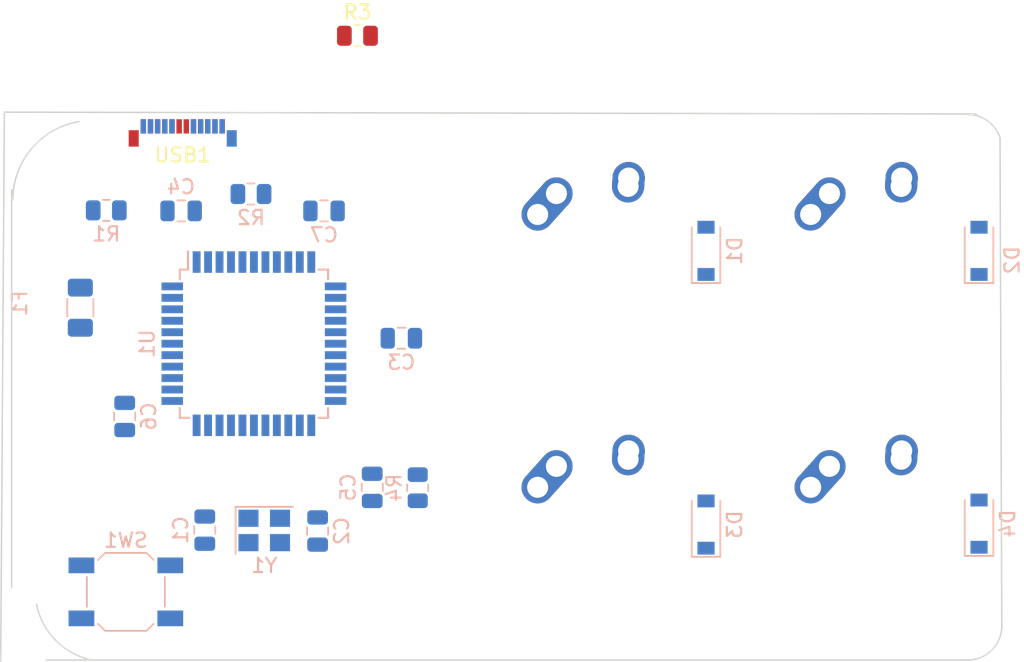
<source format=kicad_pcb>
(kicad_pcb (version 20211014) (generator pcbnew)
  (layers (0 "F.Cu" signal) (31 "B.Cu" signal) (34 "B.Paste" user) (35 "F.Paste" user) (36 "B.SilkS" user "B.Silkscreen") (37 "F.SilkS" user "F.Silkscreen") (38 "B.Mask" user) (39 "F.Mask" user) (44 "Edge.Cuts" user))
  (net 0 "")
  (net 1 "+5V")
  (net 2 "GND")
  (net 3 "Net-(C2-Pad2)")
  (net 4 "Net-(C3-Pad2)")
  (net 5 "Net-(C5-Pad1)")
  (net 6 "ROW0")
  (net 7 "Net-(D1-Pad2)")
  (net 8 "ROW1")
  (net 9 "Net-(D2-Pad2)")
  (net 10 "Net-(D3-Pad2)")
  (net 11 "Net-(D4-Pad2)")
  (net 12 "VCC")
  (net 13 "COL0")
  (net 14 "COL1")
  (net 15 "D-")
  (net 16 "Net-(R1-Pad2)")
  (net 17 "D+")
  (net 18 "Net-(R2-Pad2)")
  (net 20 "Net-(R3-Pad2)")
  (net 21 "Net-(R4-Pad1)")
  (footprint "MX_Alps_Hybrid:MX-1U-NoLED" (layer "F.Cu") (at 53.975 35.71875)
    (fp_text reference "MX1")
    (fp_text value "MX-NoLED")
    (pad "" np_thru_hole circle locked (at -5.08 0 48.0996) (size 1.75 1.75) (drill 1.75) (layers *.Cu *.Mask))
    (pad "" np_thru_hole circle locked (at 5.08 0 48.0996) (size 1.75 1.75) (drill 1.75) (layers *.Cu *.Mask))
    (pad "" np_thru_hole circle locked (at 0 0) (size 3.9878 3.9878) (drill 3.9878) (layers *.Cu *.Mask))
    (pad "1" thru_hole circle locked (at -2.5 -4) (size 2.25 2.25) (drill 1.47) (layers *.Cu "B.Mask") (net 13 "COL0"))
    (pad "1" thru_hole oval locked (at -3.81 -2.54 48.0996) (size 4.211556 2.25) (drill 1.47 (offset 0.980778 0)) (layers *.Cu "B.Mask") (net 13 "COL0"))
    (pad "2" thru_hole oval locked (at 2.5 -4.5 86.0548) (size 2.831378 2.25) (drill 1.47 (offset 0.290689 0)) (layers *.Cu "B.Mask") (net 7 "Net-(D1-Pad2)"))
    (pad "2" thru_hole circle locked (at 2.54 -5.08) (size 2.25 2.25) (drill 1.47) (layers *.Cu "B.Mask") (net 7 "Net-(D1-Pad2)"))
  )
  (footprint "MX_Alps_Hybrid:MX-1U-NoLED" (layer "F.Cu") (at 73.025 54.76875)
    (fp_text reference "MX4")
    (fp_text value "MX-NoLED")
    (pad "" np_thru_hole circle locked (at 0 0) (size 3.9878 3.9878) (drill 3.9878) (layers *.Cu *.Mask))
    (pad "" np_thru_hole circle locked (at -5.08 0 48.0996) (size 1.75 1.75) (drill 1.75) (layers *.Cu *.Mask))
    (pad "" np_thru_hole circle locked (at 5.08 0 48.0996) (size 1.75 1.75) (drill 1.75) (layers *.Cu *.Mask))
    (pad "1" thru_hole oval locked (at -3.81 -2.54 48.0996) (size 4.211556 2.25) (drill 1.47 (offset 0.980778 0)) (layers *.Cu "B.Mask") (net 14 "COL1"))
    (pad "1" thru_hole circle locked (at -2.5 -4) (size 2.25 2.25) (drill 1.47) (layers *.Cu "B.Mask") (net 14 "COL1"))
    (pad "2" thru_hole circle locked (at 2.54 -5.08) (size 2.25 2.25) (drill 1.47) (layers *.Cu "B.Mask") (net 11 "Net-(D4-Pad2)"))
    (pad "2" thru_hole oval locked (at 2.5 -4.5 86.0548) (size 2.831378 2.25) (drill 1.47 (offset 0.290689 0)) (layers *.Cu "B.Mask") (net 11 "Net-(D4-Pad2)"))
  )
  (footprint "Resistor_SMD:R_0805_2012Metric" (layer "F.Cu") (at 37.592 20.701)
    (fp_text reference "R3" (at 0 -1.65) (layer "F.SilkS"))
    (fp_text value "10k")
    (fp_line (start -0.227064 0.735) (end 0.227064 0.735) (layer "F.SilkS") (width 0.12))
    (fp_line (start -0.227064 -0.735) (end 0.227064 -0.735) (layer "F.SilkS") (width 0.12))
    (pad "1" smd roundrect (at -0.9125 0) (size 1.025 1.4) (layers "F.Cu" "F.Paste" "F.Mask") (roundrect_rratio 0.243902))
    (pad "2" smd roundrect (at 0.9125 0) (size 1.025 1.4) (layers "F.Cu" "F.Paste" "F.Mask") (roundrect_rratio 0.243902) (net 20 "Net-(R3-Pad2)"))
  )
  (footprint "Connector_USB:USB_C_Plug_Molex_105444" (layer "F.Cu") (at 25.4 26.9875)
    (fp_text reference "USB1" (at 0 2.04) (layer "F.SilkS"))
    (fp_text value "Molex-0548190589")
    (pad "A1" smd rect (at -2.75 0.04) (size 0.38 1) (layers "F.Cu" "F.Paste" "F.Mask"))
    (pad "A2" smd rect (at -2.25 0.04) (size 0.38 1) (layers "F.Cu" "F.Paste" "F.Mask"))
    (pad "A3" smd rect (at -1.75 0.04) (size 0.38 1) (layers "F.Cu" "F.Paste" "F.Mask"))
    (pad "A4" smd rect (at -1.25 0.04) (size 0.38 1) (layers "F.Cu" "F.Paste" "F.Mask"))
    (pad "A5" smd rect (at -0.75 0.04) (size 0.38 1) (layers "F.Cu" "F.Paste" "F.Mask"))
    (pad "A6" smd rect (at -0.25 0.04) (size 0.38 1) (layers "F.Cu" "F.Paste" "F.Mask"))
    (pad "A7" smd rect (at 0.25 0.04) (size 0.38 1) (layers "F.Cu" "F.Paste" "F.Mask"))
    (pad "A8" smd rect (at 0.75 0.04) (size 0.38 1) (layers "F.Cu" "F.Paste" "F.Mask"))
    (pad "A9" smd rect (at 1.25 0.04) (size 0.38 1) (layers "F.Cu" "F.Paste" "F.Mask"))
    (pad "A10" smd rect (at 1.75 0.04) (size 0.38 1) (layers "F.Cu" "F.Paste" "F.Mask"))
    (pad "A11" smd rect (at 2.25 0.04) (size 0.38 1) (layers "F.Cu" "F.Paste" "F.Mask"))
    (pad "A12" smd rect (at 2.75 0.04) (size 0.38 1) (layers "F.Cu" "F.Paste" "F.Mask"))
    (pad "B1" smd rect (at 2.75 0.04) (size 0.38 1) (layers "B.Cu" "B.Paste" "B.Mask"))
    (pad "B2" smd rect (at 2.25 0.04) (size 0.38 1) (layers "B.Cu" "B.Paste" "B.Mask"))
    (pad "B3" smd rect (at 1.75 0.04) (size 0.38 1) (layers "B.Cu" "B.Paste" "B.Mask"))
    (pad "B4" smd rect (at 1.25 0.04) (size 0.38 1) (layers "B.Cu" "B.Paste" "B.Mask"))
    (pad "B5" smd rect (at 0.75 0.04) (size 0.38 1) (layers "B.Cu" "B.Paste" "B.Mask"))
    (pad "B8" smd rect (at -0.75 0.04) (size 0.38 1) (layers "B.Cu" "B.Paste" "B.Mask"))
    (pad "B9" smd rect (at -1.25 0.04) (size 0.38 1) (layers "B.Cu" "B.Paste" "B.Mask"))
    (pad "B10" smd rect (at -1.75 0.04) (size 0.38 1) (layers "B.Cu" "B.Paste" "B.Mask"))
    (pad "B11" smd rect (at -2.25 0.04) (size 0.38 1) (layers "B.Cu" "B.Paste" "B.Mask"))
    (pad "B12" smd rect (at -2.75 0.04) (size 0.38 1) (layers "B.Cu" "B.Paste" "B.Mask"))
    (pad "S1" smd rect (at -3.42 0.88) (size 0.7 1.15) (layers "F.Cu" "F.Paste" "F.Mask"))
    (pad "S1" smd rect (at 3.42 0.88) (size 0.7 1.15) (layers "B.Cu" "B.Paste" "B.Mask"))
  )
  (footprint "MX_Alps_Hybrid:MX-1U-NoLED" (layer "F.Cu") (at 73.025 35.71875)
    (fp_text reference "MX2")
    (fp_text value "MX-NoLED")
    (pad "" np_thru_hole circle locked (at 0 0) (size 3.9878 3.9878) (drill 3.9878) (layers *.Cu *.Mask))
    (pad "" np_thru_hole circle locked (at 5.08 0 48.0996) (size 1.75 1.75) (drill 1.75) (layers *.Cu *.Mask))
    (pad "" np_thru_hole circle locked (at -5.08 0 48.0996) (size 1.75 1.75) (drill 1.75) (layers *.Cu *.Mask))
    (pad "1" thru_hole oval locked (at -3.81 -2.54 48.0996) (size 4.211556 2.25) (drill 1.47 (offset 0.980778 0)) (layers *.Cu "B.Mask") (net 13 "COL0"))
    (pad "1" thru_hole circle locked (at -2.5 -4) (size 2.25 2.25) (drill 1.47) (layers *.Cu "B.Mask") (net 13 "COL0"))
    (pad "2" thru_hole oval locked (at 2.5 -4.5 86.0548) (size 2.831378 2.25) (drill 1.47 (offset 0.290689 0)) (layers *.Cu "B.Mask") (net 9 "Net-(D2-Pad2)"))
    (pad "2" thru_hole circle locked (at 2.54 -5.08) (size 2.25 2.25) (drill 1.47) (layers *.Cu "B.Mask") (net 9 "Net-(D2-Pad2)"))
  )
  (footprint "MX_Alps_Hybrid:MX-1U-NoLED" (layer "F.Cu") (at 53.975 54.76875)
    (fp_text reference "MX3")
    (fp_text value "MX-NoLED")
    (pad "" np_thru_hole circle locked (at -5.08 0 48.0996) (size 1.75 1.75) (drill 1.75) (layers *.Cu *.Mask))
    (pad "" np_thru_hole circle locked (at 0 0) (size 3.9878 3.9878) (drill 3.9878) (layers *.Cu *.Mask))
    (pad "" np_thru_hole circle locked (at 5.08 0 48.0996) (size 1.75 1.75) (drill 1.75) (layers *.Cu *.Mask))
    (pad "1" thru_hole circle locked (at -2.5 -4) (size 2.25 2.25) (drill 1.47) (layers *.Cu "B.Mask") (net 14 "COL1"))
    (pad "1" thru_hole oval locked (at -3.81 -2.54 48.0996) (size 4.211556 2.25) (drill 1.47 (offset 0.980778 0)) (layers *.Cu "B.Mask") (net 14 "COL1"))
    (pad "2" thru_hole oval locked (at 2.5 -4.5 86.0548) (size 2.831378 2.25) (drill 1.47 (offset 0.290689 0)) (layers *.Cu "B.Mask") (net 10 "Net-(D3-Pad2)"))
    (pad "2" thru_hole circle locked (at 2.54 -5.08) (size 2.25 2.25) (drill 1.47) (layers *.Cu "B.Mask") (net 10 "Net-(D3-Pad2)"))
  )
  (footprint "Fuse:Fuse_1206_3216Metric" (layer "B.Cu") (at 18.25625 39.6875 -90)
    (fp_text reference "F1" (at -0.301625 4.233 90) (layer "B.SilkS") (effects (justify mirror)))
    (fp_text value "500mA")
    (fp_line (start -0.602064 -0.91) (end 0.602064 -0.91) (layer "B.SilkS") (width 0.12))
    (fp_line (start -0.602064 0.91) (end 0.602064 0.91) (layer "B.SilkS") (width 0.12))
    (pad "1" smd roundrect (at -1.4 0 270) (size 1.25 1.75) (layers "B.Cu" "B.Paste" "B.Mask") (roundrect_rratio 0.2) (net 12 "VCC"))
    (pad "2" smd roundrect (at 1.4 0 270) (size 1.25 1.75) (layers "B.Cu" "B.Paste" "B.Mask") (roundrect_rratio 0.2) (net 1 "+5V"))
  )
  (footprint "Capacitor_SMD:C_0805_2012Metric" (layer "B.Cu") (at 34.813 55.283 90)
    (fp_text reference "C2" (at 0 1.68 90) (layer "B.SilkS") (effects (justify mirror)))
    (fp_text value "22pF")
    (fp_line (start -0.261252 -0.735) (end 0.261252 -0.735) (layer "B.SilkS") (width 0.12))
    (fp_line (start -0.261252 0.735) (end 0.261252 0.735) (layer "B.SilkS") (width 0.12))
    (pad "1" smd roundrect (at -0.95 0 90) (size 1 1.45) (layers "B.Cu" "B.Paste" "B.Mask") (net 2 "GND"))
    (pad "2" smd roundrect (at 0.95 0 90) (size 1 1.45) (layers "B.Cu" "B.Paste" "B.Mask") (net 3 "Net-(C2-Pad2)"))
  )
  (footprint "Crystal:Crystal_SMD_3225-4Pin_3.2x2.5mm" (layer "B.Cu") (at 31.087 55.244)
    (fp_text reference "Y1" (at 0 2.45) (layer "B.SilkS") (effects (justify mirror)))
    (fp_text value "16MHz")
    (fp_line (start -2 1.65) (end -2 -1.65) (layer "B.SilkS") (width 0.12))
    (fp_line (start -2 -1.65) (end 2 -1.65) (layer "B.SilkS") (width 0.12))
    (pad "1" smd rect (at -1.1 -0.85) (size 1.4 1.2) (layers "B.Cu" "B.Paste" "B.Mask") (net 3 "Net-(C2-Pad2)"))
    (pad "2" smd rect (at 1.1 -0.85) (size 1.4 1.2) (layers "B.Cu" "B.Paste" "B.Mask") (net 2 "GND"))
    (pad "3" smd rect (at 1.1 0.85) (size 1.4 1.2) (layers "B.Cu" "B.Paste" "B.Mask") (net 4 "Net-(C3-Pad2)"))
    (pad "4" smd rect (at -1.1 0.85) (size 1.4 1.2) (layers "B.Cu" "B.Paste" "B.Mask") (net 2 "GND"))
  )
  (footprint "Package_QFP:TQFP-44_10x10mm_P0.8mm" (layer "B.Cu") (at 30.368 42.202 -90)
    (fp_text reference "U1" (at 0 7.45 90) (layer "B.SilkS") (effects (justify mirror)))
    (fp_text value "ATmega32U4-A")
    (fp_line (start 5.175 5.175) (end 5.175 4.5) (layer "B.SilkS") (width 0.15))
    (fp_line (start -5.175 -5.175) (end -5.175 -4.5) (layer "B.SilkS") (width 0.15))
    (fp_line (start 5.175 -5.175) (end 5.175 -4.5) (layer "B.SilkS") (width 0.15))
    (fp_line (start -5.175 4.6) (end -6.45 4.6) (layer "B.SilkS") (width 0.15))
    (fp_line (start 5.175 -5.175) (end 4.5 -5.175) (layer "B.SilkS") (width 0.15))
    (fp_line (start -5.175 5.175) (end -4.5 5.175) (layer "B.SilkS") (width 0.15))
    (fp_line (start -5.175 -5.175) (end -4.5 -5.175) (layer "B.SilkS") (width 0.15))
    (fp_line (start -5.175 5.175) (end -5.175 4.6) (layer "B.SilkS") (width 0.15))
    (fp_line (start 5.175 5.175) (end 4.5 5.175) (layer "B.SilkS") (width 0.15))
    (pad "1" smd rect (at -5.7 4 270) (size 1.5 0.55) (layers "B.Cu" "B.Paste" "B.Mask"))
    (pad "2" smd rect (at -5.7 3.2 270) (size 1.5 0.55) (layers "B.Cu" "B.Paste" "B.Mask") (net 1 "+5V"))
    (pad "3" smd rect (at -5.7 2.4 270) (size 1.5 0.55) (layers "B.Cu" "B.Paste" "B.Mask") (net 16 "Net-(R1-Pad2)"))
    (pad "4" smd rect (at -5.7 1.6 270) (size 1.5 0.55) (layers "B.Cu" "B.Paste" "B.Mask") (net 18 "Net-(R2-Pad2)"))
    (pad "5" smd rect (at -5.7 0.8 270) (size 1.5 0.55) (layers "B.Cu" "B.Paste" "B.Mask"))
    (pad "6" smd rect (at -5.7 0 270) (size 1.5 0.55) (layers "B.Cu" "B.Paste" "B.Mask") (net 5 "Net-(C5-Pad1)"))
    (pad "7" smd rect (at -5.7 -0.8 270) (size 1.5 0.55) (layers "B.Cu" "B.Paste" "B.Mask") (net 1 "+5V"))
    (pad "8" smd rect (at -5.7 -1.6 270) (size 1.5 0.55) (layers "B.Cu" "B.Paste" "B.Mask"))
    (pad "9" smd rect (at -5.7 -2.4 270) (size 1.5 0.55) (layers "B.Cu" "B.Paste" "B.Mask"))
    (pad "10" smd rect (at -5.7 -3.2 270) (size 1.5 0.55) (layers "B.Cu" "B.Paste" "B.Mask"))
    (pad "11" smd rect (at -5.7 -4 270) (size 1.5 0.55) (layers "B.Cu" "B.Paste" "B.Mask"))
    (pad "12" smd rect (at -4 -5.7 180) (size 1.5 0.55) (layers "B.Cu" "B.Paste" "B.Mask"))
    (pad "13" smd rect (at -3.2 -5.7 180) (size 1.5 0.55) (layers "B.Cu" "B.Paste" "B.Mask") (net 20 "Net-(R3-Pad2)"))
    (pad "14" smd rect (at -2.4 -5.7 180) (size 1.5 0.55) (layers "B.Cu" "B.Paste" "B.Mask") (net 1 "+5V"))
    (pad "15" smd rect (at -1.6 -5.7 180) (size 1.5 0.55) (layers "B.Cu" "B.Paste" "B.Mask") (net 2 "GND"))
    (pad "16" smd rect (at -0.8 -5.7 180) (size 1.5 0.55) (layers "B.Cu" "B.Paste" "B.Mask") (net 4 "Net-(C3-Pad2)"))
    (pad "17" smd rect (at 0 -5.7 180) (size 1.5 0.55) (layers "B.Cu" "B.Paste" "B.Mask") (net 3 "Net-(C2-Pad2)"))
    (pad "18" smd rect (at 0.8 -5.7 180) (size 1.5 0.55) (layers "B.Cu" "B.Paste" "B.Mask"))
    (pad "19" smd rect (at 1.6 -5.7 180) (size 1.5 0.55) (layers "B.Cu" "B.Paste" "B.Mask"))
    (pad "20" smd rect (at 2.4 -5.7 180) (size 1.5 0.55) (layers "B.Cu" "B.Paste" "B.Mask"))
    (pad "21" smd rect (at 3.2 -5.7 180) (size 1.5 0.55) (layers "B.Cu" "B.Paste" "B.Mask"))
    (pad "22" smd rect (at 4 -5.7 180) (size 1.5 0.55) (layers "B.Cu" "B.Paste" "B.Mask"))
    (pad "23" smd rect (at 5.7 -4 270) (size 1.5 0.55) (layers "B.Cu" "B.Paste" "B.Mask") (net 2 "GND"))
    (pad "24" smd rect (at 5.7 -3.2 270) (size 1.5 0.55) (layers "B.Cu" "B.Paste" "B.Mask") (net 1 "+5V"))
    (pad "25" smd rect (at 5.7 -2.4 270) (size 1.5 0.55) (layers "B.Cu" "B.Paste" "B.Mask"))
    (pad "26" smd rect (at 5.7 -1.6 270) (size 1.5 0.55) (layers "B.Cu" "B.Paste" "B.Mask"))
    (pad "27" smd rect (at 5.7 -0.8 270) (size 1.5 0.55) (layers "B.Cu" "B.Paste" "B.Mask"))
    (pad "28" smd rect (at 5.7 0 270) (size 1.5 0.55) (layers "B.Cu" "B.Paste" "B.Mask"))
    (pad "29" smd rect (at 5.7 0.8 270) (size 1.5 0.55) (layers "B.Cu" "B.Paste" "B.Mask"))
    (pad "30" smd rect (at 5.7 1.6 270) (size 1.5 0.55) (layers "B.Cu" "B.Paste" "B.Mask"))
    (pad "31" smd rect (at 5.7 2.4 270) (size 1.5 0.55) (layers "B.Cu" "B.Paste" "B.Mask"))
    (pad "32" smd rect (at 5.7 3.2 270) (size 1.5 0.55) (layers "B.Cu" "B.Paste" "B.Mask"))
    (pad "33" smd rect (at 5.7 4 270) (size 1.5 0.55) (layers "B.Cu" "B.Paste" "B.Mask") (net 21 "Net-(R4-Pad1)"))
    (pad "34" smd rect (at 4 5.7 180) (size 1.5 0.55) (layers "B.Cu" "B.Paste" "B.Mask") (net 1 "+5V"))
    (pad "35" smd rect (at 3.2 5.7 180) (size 1.5 0.55) (layers "B.Cu" "B.Paste" "B.Mask") (net 2 "GND"))
    (pad "36" smd rect (at 2.4 5.7 180) (size 1.5 0.55) (layers "B.Cu" "B.Paste" "B.Mask"))
    (pad "37" smd rect (at 1.6 5.7 180) (size 1.5 0.55) (layers "B.Cu" "B.Paste" "B.Mask"))
    (pad "38" smd rect (at 0.8 5.7 180) (size 1.5 0.55) (layers "B.Cu" "B.Paste" "B.Mask"))
    (pad "39" smd rect (at 0 5.7 180) (size 1.5 0.55) (layers "B.Cu" "B.Paste" "B.Mask"))
    (pad "40" smd rect (at -0.8 5.7 180) (size 1.5 0.55) (layers "B.Cu" "B.Paste" "B.Mask"))
    (pad "41" smd rect (at -1.6 5.7 180) (size 1.5 0.55) (layers "B.Cu" "B.Paste" "B.Mask"))
    (pad "42" smd rect (at -2.4 5.7 180) (size 1.5 0.55) (layers "B.Cu" "B.Paste" "B.Mask"))
    (pad "43" smd rect (at -3.2 5.7 180) (size 1.5 0.55) (layers "B.Cu" "B.Paste" "B.Mask") (net 2 "GND"))
    (pad "44" smd rect (at -4 5.7 180) (size 1.5 0.55) (layers "B.Cu" "B.Paste" "B.Mask") (net 1 "+5V"))
  )
  (footprint "Resistor_SMD:R_0805_2012Metric" (layer "B.Cu") (at 41.798 52.2585 -90)
    (fp_text reference "R4" (at 0 1.65 90) (layer "B.SilkS") (effects (justify mirror)))
    (fp_text value "10k")
    (fp_line (start -0.227064 -0.735) (end 0.227064 -0.735) (layer "B.SilkS") (width 0.12))
    (fp_line (start -0.227064 0.735) (end 0.227064 0.735) (layer "B.SilkS") (width 0.12))
    (pad "1" smd roundrect (at -0.9125 0 270) (size 1.025 1.4) (layers "B.Cu" "B.Paste" "B.Mask") (roundrect_rratio 0.243902) (net 21 "Net-(R4-Pad1)"))
    (pad "2" smd roundrect (at 0.9125 0 270) (size 1.025 1.4) (layers "B.Cu" "B.Paste" "B.Mask") (roundrect_rratio 0.243902) (net 2 "GND"))
  )
  (footprint "Capacitor_SMD:C_0805_2012Metric" (layer "B.Cu") (at 25.288 32.931 180)
    (fp_text reference "C4" (at 0 1.68) (layer "B.SilkS") (effects (justify mirror)))
    (fp_text value "0.1uF")
    (fp_line (start -0.261252 0.735) (end 0.261252 0.735) (layer "B.SilkS") (width 0.12))
    (fp_line (start -0.261252 -0.735) (end 0.261252 -0.735) (layer "B.SilkS") (width 0.12))
    (pad "1" smd roundrect (at -0.95 0 180) (size 1 1.45) (layers "B.Cu" "B.Paste" "B.Mask") (net 1 "+5V"))
    (pad "2" smd roundrect (at 0.95 0 180) (size 1 1.45) (layers "B.Cu" "B.Paste" "B.Mask") (net 2 "GND"))
  )
  (footprint "Capacitor_SMD:C_0805_2012Metric" (layer "B.Cu") (at 35.26 32.931)
    (fp_text reference "C7" (at 0 1.68) (layer "B.SilkS") (effects (justify mirror)))
    (fp_text value "10uF")
    (fp_line (start -0.261252 -0.735) (end 0.261252 -0.735) (layer "B.SilkS") (width 0.12))
    (fp_line (start -0.261252 0.735) (end 0.261252 0.735) (layer "B.SilkS") (width 0.12))
    (pad "1" smd roundrect (at -0.95 0) (size 1 1.45) (layers "B.Cu" "B.Paste" "B.Mask") (net 1 "+5V"))
    (pad "2" smd roundrect (at 0.95 0) (size 1 1.45) (layers "B.Cu" "B.Paste" "B.Mask") (net 2 "GND"))
  )
  (footprint "Capacitor_SMD:C_0805_2012Metric" (layer "B.Cu") (at 26.939 55.222 -90)
    (fp_text reference "C1" (at 0 1.68 90) (layer "B.SilkS") (effects (justify mirror)))
    (fp_text value "0.1uF")
    (fp_line (start -0.261252 -0.735) (end 0.261252 -0.735) (layer "B.SilkS") (width 0.12))
    (fp_line (start -0.261252 0.735) (end 0.261252 0.735) (layer "B.SilkS") (width 0.12))
    (pad "1" smd roundrect (at -0.95 0 270) (size 1 1.45) (layers "B.Cu" "B.Paste" "B.Mask") (net 1 "+5V"))
    (pad "2" smd roundrect (at 0.95 0 270) (size 1 1.45) (layers "B.Cu" "B.Paste" "B.Mask") (net 2 "GND"))
  )
  (footprint "Capacitor_SMD:C_0805_2012Metric" (layer "B.Cu") (at 38.623 52.235 -90)
    (fp_text reference "C5" (at 0 1.68 90) (layer "B.SilkS") (effects (justify mirror)))
    (fp_text value "C_Small")
    (fp_line (start -0.261252 -0.735) (end 0.261252 -0.735) (layer "B.SilkS") (width 0.12))
    (fp_line (start -0.261252 0.735) (end 0.261252 0.735) (layer "B.SilkS") (width 0.12))
    (pad "1" smd roundrect (at -0.95 0 270) (size 1 1.45) (layers "B.Cu" "B.Paste" "B.Mask") (net 5 "Net-(C5-Pad1)"))
    (pad "2" smd roundrect (at 0.95 0 270) (size 1 1.45) (layers "B.Cu" "B.Paste" "B.Mask") (net 2 "GND"))
  )
  (footprint "Capacitor_SMD:C_0805_2012Metric" (layer "B.Cu") (at 21.351 47.282 90)
    (fp_text reference "C6" (at 0 1.68 90) (layer "B.SilkS") (effects (justify mirror)))
    (fp_text value "0.1uF")
    (fp_line (start -0.261252 -0.735) (end 0.261252 -0.735) (layer "B.SilkS") (width 0.12))
    (fp_line (start -0.261252 0.735) (end 0.261252 0.735) (layer "B.SilkS") (width 0.12))
    (pad "1" smd roundrect (at -0.95 0 90) (size 1 1.45) (layers "B.Cu" "B.Paste" "B.Mask") (net 1 "+5V"))
    (pad "2" smd roundrect (at 0.95 0 90) (size 1 1.45) (layers "B.Cu" "B.Paste" "B.Mask") (net 2 "GND"))
  )
  (footprint "Resistor_SMD:R_0805_2012Metric" (layer "B.Cu") (at 30.1625 31.75)
    (fp_text reference "R2" (at 0 1.65) (layer "B.SilkS") (effects (justify mirror)))
    (fp_text value "22")
    (fp_line (start -0.227064 -0.735) (end 0.227064 -0.735) (layer "B.SilkS") (width 0.12))
    (fp_line (start -0.227064 0.735) (end 0.227064 0.735) (layer "B.SilkS") (width 0.12))
    (pad "1" smd roundrect (at -0.9125 0) (size 1.025 1.4) (layers "B.Cu" "B.Paste" "B.Mask") (roundrect_rratio 0.243902) (net 17 "D+"))
    (pad "2" smd roundrect (at 0.9125 0) (size 1.025 1.4) (layers "B.Cu" "B.Paste" "B.Mask") (roundrect_rratio 0.243902) (net 18 "Net-(R2-Pad2)"))
  )
  (footprint "Diode_SMD:D_SOD-123" (layer "B.Cu") (at 80.9625 54.76875 90)
    (fp_text reference "D4" (at 0 2 90) (layer "B.SilkS") (effects (justify mirror)))
    (fp_text value "SOD-123")
    (fp_line (start -2.25 1) (end 1.65 1) (layer "B.SilkS") (width 0.12))
    (fp_line (start -2.25 1) (end -2.25 -1) (layer "B.SilkS") (width 0.12))
    (fp_line (start -2.25 -1) (end 1.65 -1) (layer "B.SilkS") (width 0.12))
    (pad "1" smd rect (at -1.65 0 90) (size 0.9 1.2) (layers "B.Cu" "B.Paste" "B.Mask") (net 8 "ROW1"))
    (pad "2" smd rect (at 1.65 0 90) (size 0.9 1.2) (layers "B.Cu" "B.Paste" "B.Mask") (net 11 "Net-(D4-Pad2)"))
  )
  (footprint "Resistor_SMD:R_0805_2012Metric" (layer "B.Cu") (at 20.066 32.893)
    (fp_text reference "R1" (at 0 1.65) (layer "B.SilkS") (effects (justify mirror)))
    (fp_text value "22")
    (fp_line (start -0.227064 0.735) (end 0.227064 0.735) (layer "B.SilkS") (width 0.12))
    (fp_line (start -0.227064 -0.735) (end 0.227064 -0.735) (layer "B.SilkS") (width 0.12))
    (pad "1" smd roundrect (at -0.9125 0) (size 1.025 1.4) (layers "B.Cu" "B.Paste" "B.Mask") (roundrect_rratio 0.243902) (net 15 "D-"))
    (pad "2" smd roundrect (at 0.9125 0) (size 1.025 1.4) (layers "B.Cu" "B.Paste" "B.Mask") (roundrect_rratio 0.243902) (net 16 "Net-(R1-Pad2)"))
  )
  (footprint "Capacitor_SMD:C_0805_2012Metric" (layer "B.Cu") (at 40.655 41.821)
    (fp_text reference "C3" (at 0 1.68) (layer "B.SilkS") (effects (justify mirror)))
    (fp_text value "22pF")
    (fp_line (start -0.261252 -0.735) (end 0.261252 -0.735) (layer "B.SilkS") (width 0.12))
    (fp_line (start -0.261252 0.735) (end 0.261252 0.735) (layer "B.SilkS") (width 0.12))
    (pad "1" smd roundrect (at -0.95 0) (size 1 1.45) (layers "B.Cu" "B.Paste" "B.Mask") (net 2 "GND"))
    (pad "2" smd roundrect (at 0.95 0) (size 1 1.45) (layers "B.Cu" "B.Paste" "B.Mask") (net 4 "Net-(C3-Pad2)"))
  )
  (footprint "Button_Switch_SMD:SW_SPST_SKQG_WithStem" (layer "B.Cu") (at 21.43125 59.53125 180)
    (fp_text reference "SW1" (at 0 3.6) (layer "B.SilkS") (effects (justify mirror)))
    (fp_text value "SW_Push")
    (fp_line (start 1.45 2.72) (end 1.94 2.23) (layer "B.SilkS") (width 0.12))
    (fp_line (start -1.45 -2.72) (end 1.45 -2.72) (layer "B.SilkS") (width 0.12))
    (fp_line (start -1.45 -2.72) (end -1.94 -2.23) (layer "B.SilkS") (width 0.12))
    (fp_line (start -1.45 2.72) (end -1.94 2.23) (layer "B.SilkS") (width 0.12))
    (fp_line (start 2.72 -1.04) (end 2.72 1.04) (layer "B.SilkS") (width 0.12))
    (fp_line (start -1.45 2.72) (end 1.45 2.72) (layer "B.SilkS") (width 0.12))
    (fp_line (start -2.72 -1.04) (end -2.72 1.04) (layer "B.SilkS") (width 0.12))
    (fp_line (start 1.45 -2.72) (end 1.94 -2.23) (layer "B.SilkS") (width 0.12))
    (pad "1" smd rect (at 3.1 1.85 180) (size 1.8 1.1) (layers "B.Cu" "B.Paste" "B.Mask") (net 2 "GND"))
    (pad "1" smd rect (at -3.1 1.85 180) (size 1.8 1.1) (layers "B.Cu" "B.Paste" "B.Mask") (net 2 "GND"))
    (pad "2" smd rect (at -3.1 -1.85 180) (size 1.8 1.1) (layers "B.Cu" "B.Paste" "B.Mask") (net 20 "Net-(R3-Pad2)"))
    (pad "2" smd rect (at 3.1 -1.85 180) (size 1.8 1.1) (layers "B.Cu" "B.Paste" "B.Mask") (net 20 "Net-(R3-Pad2)"))
  )
  (footprint "Diode_SMD:D_SOD-123" (layer "B.Cu") (at 80.9625 35.71875 90)
    (fp_text reference "D2" (at -0.653 2.30775 90) (layer "B.SilkS") (effects (justify mirror)))
    (fp_text value "SOD-123")
    (fp_line (start -2.25 1) (end -2.25 -1) (layer "B.SilkS") (width 0.12))
    (fp_line (start -2.25 1) (end 1.65 1) (layer "B.SilkS") (width 0.12))
    (fp_line (start -2.25 -1) (end 1.65 -1) (layer "B.SilkS") (width 0.12))
    (pad "1" smd rect (at -1.65 0 90) (size 0.9 1.2) (layers "B.Cu" "B.Paste" "B.Mask") (net 8 "ROW1"))
    (pad "2" smd rect (at 1.65 0 90) (size 0.9 1.2) (layers "B.Cu" "B.Paste" "B.Mask") (net 9 "Net-(D2-Pad2)"))
  )
  (footprint "Diode_SMD:D_SOD-123" (layer "B.Cu") (at 61.9125 54.83125 90)
    (fp_text reference "D3" (at 0 2 90) (layer "B.SilkS") (effects (justify mirror)))
    (fp_text value "SOD-123")
    (fp_line (start -2.25 1) (end -2.25 -1) (layer "B.SilkS") (width 0.12))
    (fp_line (start -2.25 1) (end 1.65 1) (layer "B.SilkS") (width 0.12))
    (fp_line (start -2.25 -1) (end 1.65 -1) (layer "B.SilkS") (width 0.12))
    (pad "1" smd rect (at -1.65 0 90) (size 0.9 1.2) (layers "B.Cu" "B.Paste" "B.Mask") (net 6 "ROW0"))
    (pad "2" smd rect (at 1.65 0 90) (size 0.9 1.2) (layers "B.Cu" "B.Paste" "B.Mask") (net 10 "Net-(D3-Pad2)"))
  )
  (footprint "Diode_SMD:D_SOD-123" (layer "B.Cu") (at 61.9125 35.71875 90)
    (fp_text reference "D1" (at 0 2 90) (layer "B.SilkS") (effects (justify mirror)))
    (fp_text value "SOD-123")
    (fp_line (start -2.25 -1) (end 1.65 -1) (layer "B.SilkS") (width 0.12))
    (fp_line (start -2.25 1) (end 1.65 1) (layer "B.SilkS") (width 0.12))
    (fp_line (start -2.25 1) (end -2.25 -1) (layer "B.SilkS") (width 0.12))
    (pad "1" smd rect (at -1.65 0 90) (size 0.9 1.2) (layers "B.Cu" "B.Paste" "B.Mask") (net 6 "ROW0"))
    (pad "2" smd rect (at 1.65 0 90) (size 0.9 1.2) (layers "B.Cu" "B.Paste" "B.Mask") (net 7 "Net-(D1-Pad2)"))
  )
  (gr_line (start 13.462 59.229625) (end 13.462 31.448375) (layer "Edge.Cuts") (width 0.1))
  (gr_line (start 80.16875 64.29375) (end 15.875 64.29375) (layer "Edge.Cuts") (width 0.1))
  (gr_line (start 12.954 26.035) (end 12.7 64.389) (layer "Edge.Cuts") (width 0.1))
  (gr_line (start 80.772 26.162) (end 12.954 26.035) (layer "Edge.Cuts") (width 0.1))
  (gr_arc (start 18.923 64.261999) (mid 16.49799 62.880709) (end 15.202802 60.40864) (layer "Edge.Cuts") (width 0.1))
  (gr_arc (start 13.54228 32.16642) (mid 14.859 28.575) (end 18.185088 26.685769) (layer "Edge.Cuts") (width 0.1))
  (gr_line (start 82.55 61.9125) (end 82.427802 27.821983) (layer "Edge.Cuts") (width 0.1))
  (gr_arc (start 80.16875 26.19375) (mid 81.561091 26.64323) (end 82.427802 27.821983) (layer "Edge.Cuts") (width 0.1))
  (gr_arc (start 82.55 61.9125) (mid 81.852548 63.596298) (end 80.16875 64.29375) (layer "Edge.Cuts") (width 0.1))
)
</source>
